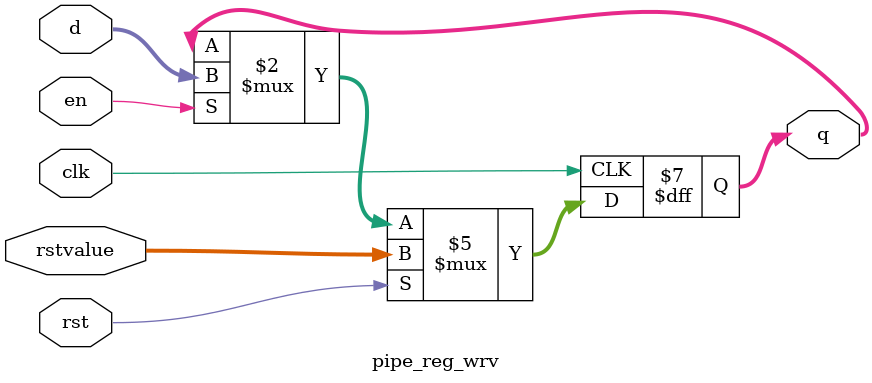
<source format=sv>
module pipe_reg_wrv #(
    parameter DW = 4
)(
    input clk,
    input rst, en,
    input [DW-1:0] d,
    output logic [DW-1:0] q,
    input [DW-1:0] rstvalue
);
    always @(posedge clk) begin
        if(rst)
            q<=rstvalue;
        else if(en)
            q<=d;
    end
endmodule

</source>
